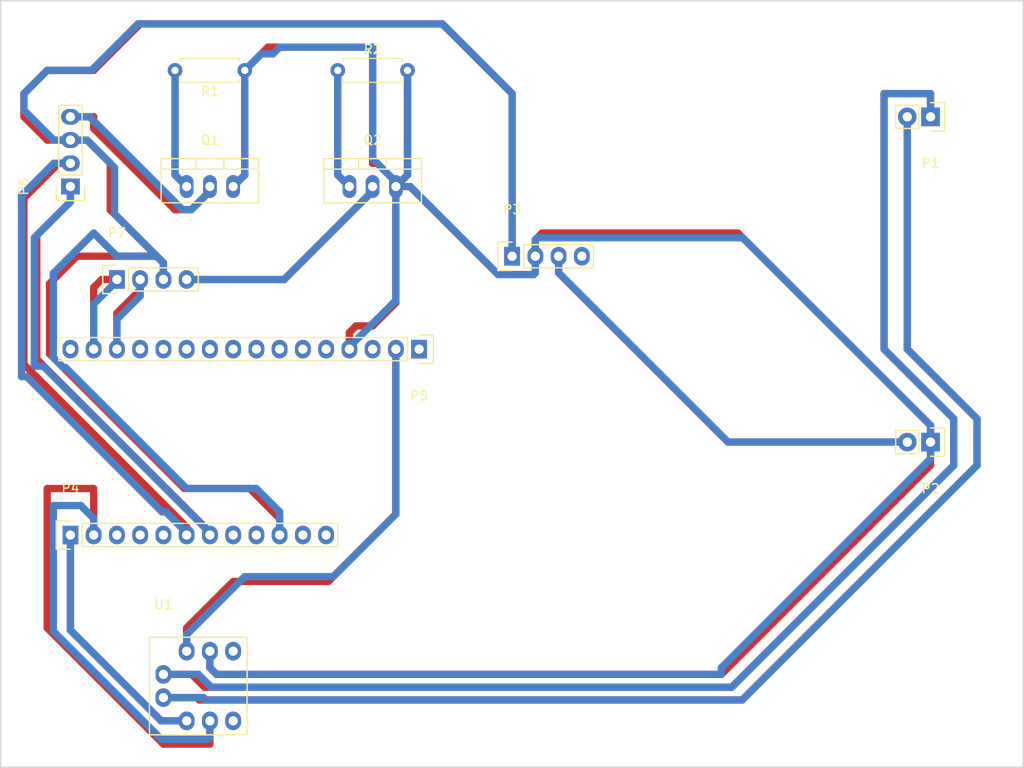
<source format=kicad_pcb>
(kicad_pcb (version 4) (host pcbnew 4.0.4-stable)

  (general
    (links 24)
    (no_connects 0)
    (area 76.124999 25.324999 188.035001 109.295001)
    (thickness 1.6)
    (drawings 4)
    (tracks 250)
    (zones 0)
    (modules 12)
    (nets 39)
  )

  (page A4)
  (layers
    (0 F.Cu signal)
    (31 B.Cu signal)
    (32 B.Adhes user)
    (33 F.Adhes user)
    (34 B.Paste user)
    (35 F.Paste user)
    (36 B.SilkS user)
    (37 F.SilkS user)
    (38 B.Mask user)
    (39 F.Mask user)
    (40 Dwgs.User user)
    (41 Cmts.User user)
    (42 Eco1.User user)
    (43 Eco2.User user)
    (44 Edge.Cuts user)
    (45 Margin user)
    (46 B.CrtYd user)
    (47 F.CrtYd user)
    (48 B.Fab user)
    (49 F.Fab user)
  )

  (setup
    (last_trace_width 0.8)
    (user_trace_width 0.4)
    (user_trace_width 0.8)
    (trace_clearance 0.6)
    (zone_clearance 0.508)
    (zone_45_only no)
    (trace_min 0.2)
    (segment_width 0.2)
    (edge_width 0.15)
    (via_size 0.6)
    (via_drill 0.4)
    (via_min_size 0.4)
    (via_min_drill 0.3)
    (uvia_size 0.3)
    (uvia_drill 0.1)
    (uvias_allowed no)
    (uvia_min_size 0.2)
    (uvia_min_drill 0.1)
    (pcb_text_width 0.3)
    (pcb_text_size 1.5 1.5)
    (mod_edge_width 0.15)
    (mod_text_size 1 1)
    (mod_text_width 0.15)
    (pad_size 1.524 1.524)
    (pad_drill 0.762)
    (pad_to_mask_clearance 0.2)
    (aux_axis_origin 0 0)
    (visible_elements FFFFFF7F)
    (pcbplotparams
      (layerselection 0x01000_80000001)
      (usegerberextensions false)
      (excludeedgelayer true)
      (linewidth 0.100000)
      (plotframeref false)
      (viasonmask false)
      (mode 1)
      (useauxorigin false)
      (hpglpennumber 1)
      (hpglpenspeed 20)
      (hpglpendiameter 15)
      (hpglpenoverlay 2)
      (psnegative false)
      (psa4output false)
      (plotreference false)
      (plotvalue false)
      (plotinvisibletext false)
      (padsonsilk false)
      (subtractmaskfromsilk false)
      (outputformat 1)
      (mirror false)
      (drillshape 0)
      (scaleselection 1)
      (outputdirectory Gerbers/))
  )

  (net 0 "")
  (net 1 /B-)
  (net 2 /B+)
  (net 3 GND)
  (net 4 /VLOAD)
  (net 5 +5V)
  (net 6 "Net-(P3-Pad4)")
  (net 7 /SDA)
  (net 8 /SCL)
  (net 9 "Net-(P4-Pad3)")
  (net 10 "Net-(P4-Pad4)")
  (net 11 "Net-(P4-Pad5)")
  (net 12 /RBTX)
  (net 13 /RBRX)
  (net 14 "Net-(P4-Pad8)")
  (net 15 "Net-(P4-Pad9)")
  (net 16 "Net-(P4-Pad11)")
  (net 17 "Net-(P4-Pad12)")
  (net 18 "Net-(P5-Pad1)")
  (net 19 +3V3)
  (net 20 "Net-(P5-Pad3)")
  (net 21 "Net-(P5-Pad5)")
  (net 22 "Net-(P5-Pad6)")
  (net 23 "Net-(P5-Pad7)")
  (net 24 "Net-(P5-Pad8)")
  (net 25 "Net-(P5-Pad9)")
  (net 26 "Net-(P5-Pad10)")
  (net 27 "Net-(P5-Pad11)")
  (net 28 "Net-(P5-Pad12)")
  (net 29 "Net-(P5-Pad13)")
  (net 30 /WSTX)
  (net 31 /WSRX)
  (net 32 "Net-(P5-Pad16)")
  (net 33 "Net-(P6-Pad4)")
  (net 34 "Net-(P7-Pad4)")
  (net 35 "Net-(Q1-Pad1)")
  (net 36 "Net-(Q2-Pad1)")
  (net 37 "Net-(U1-Pad5)")
  (net 38 "Net-(U1-Pad6)")

  (net_class Default "This is the default net class."
    (clearance 0.6)
    (trace_width 0.25)
    (via_dia 0.6)
    (via_drill 0.4)
    (uvia_dia 0.3)
    (uvia_drill 0.1)
    (add_net +3V3)
    (add_net +5V)
    (add_net /B+)
    (add_net /B-)
    (add_net /RBRX)
    (add_net /RBTX)
    (add_net /SCL)
    (add_net /SDA)
    (add_net /VLOAD)
    (add_net /WSRX)
    (add_net /WSTX)
    (add_net GND)
    (add_net "Net-(P3-Pad4)")
    (add_net "Net-(P4-Pad11)")
    (add_net "Net-(P4-Pad12)")
    (add_net "Net-(P4-Pad3)")
    (add_net "Net-(P4-Pad4)")
    (add_net "Net-(P4-Pad5)")
    (add_net "Net-(P4-Pad8)")
    (add_net "Net-(P4-Pad9)")
    (add_net "Net-(P5-Pad1)")
    (add_net "Net-(P5-Pad10)")
    (add_net "Net-(P5-Pad11)")
    (add_net "Net-(P5-Pad12)")
    (add_net "Net-(P5-Pad13)")
    (add_net "Net-(P5-Pad16)")
    (add_net "Net-(P5-Pad3)")
    (add_net "Net-(P5-Pad5)")
    (add_net "Net-(P5-Pad6)")
    (add_net "Net-(P5-Pad7)")
    (add_net "Net-(P5-Pad8)")
    (add_net "Net-(P5-Pad9)")
    (add_net "Net-(P6-Pad4)")
    (add_net "Net-(P7-Pad4)")
    (add_net "Net-(Q1-Pad1)")
    (add_net "Net-(Q2-Pad1)")
    (add_net "Net-(U1-Pad5)")
    (add_net "Net-(U1-Pad6)")
  )

  (module Socket_Strips:Socket_Strip_Straight_1x02 (layer F.Cu) (tedit 54E9F75E) (tstamp 5887AE7F)
    (at 177.8 38.1 180)
    (descr "Through hole socket strip")
    (tags "socket strip")
    (path /58879774)
    (fp_text reference P1 (at 0 -5.1 180) (layer F.SilkS)
      (effects (font (size 1 1) (thickness 0.15)))
    )
    (fp_text value CONN_BATT (at 0 -3.1 180) (layer F.Fab)
      (effects (font (size 1 1) (thickness 0.15)))
    )
    (fp_line (start -1.55 1.55) (end 0 1.55) (layer F.SilkS) (width 0.15))
    (fp_line (start 3.81 1.27) (end 1.27 1.27) (layer F.SilkS) (width 0.15))
    (fp_line (start -1.75 -1.75) (end -1.75 1.75) (layer F.CrtYd) (width 0.05))
    (fp_line (start 4.3 -1.75) (end 4.3 1.75) (layer F.CrtYd) (width 0.05))
    (fp_line (start -1.75 -1.75) (end 4.3 -1.75) (layer F.CrtYd) (width 0.05))
    (fp_line (start -1.75 1.75) (end 4.3 1.75) (layer F.CrtYd) (width 0.05))
    (fp_line (start 1.27 1.27) (end 1.27 -1.27) (layer F.SilkS) (width 0.15))
    (fp_line (start 0 -1.55) (end -1.55 -1.55) (layer F.SilkS) (width 0.15))
    (fp_line (start -1.55 -1.55) (end -1.55 1.55) (layer F.SilkS) (width 0.15))
    (fp_line (start 1.27 -1.27) (end 3.81 -1.27) (layer F.SilkS) (width 0.15))
    (fp_line (start 3.81 -1.27) (end 3.81 1.27) (layer F.SilkS) (width 0.15))
    (pad 1 thru_hole rect (at 0 0 180) (size 2.032 2.032) (drill 1.016) (layers *.Cu *.Mask)
      (net 1 /B-))
    (pad 2 thru_hole oval (at 2.54 0 180) (size 2.032 2.032) (drill 1.016) (layers *.Cu *.Mask)
      (net 2 /B+))
    (model Socket_Strips.3dshapes/Socket_Strip_Straight_1x02.wrl
      (at (xyz 0.05 0 0))
      (scale (xyz 1 1 1))
      (rotate (xyz 0 0 180))
    )
  )

  (module Socket_Strips:Socket_Strip_Straight_1x02 (layer F.Cu) (tedit 54E9F75E) (tstamp 5887AE85)
    (at 177.8 73.66 180)
    (descr "Through hole socket strip")
    (tags "socket strip")
    (path /588797AE)
    (fp_text reference P2 (at 0 -5.1 180) (layer F.SilkS)
      (effects (font (size 1 1) (thickness 0.15)))
    )
    (fp_text value CONN_LOAD (at 0 -3.1 180) (layer F.Fab)
      (effects (font (size 1 1) (thickness 0.15)))
    )
    (fp_line (start -1.55 1.55) (end 0 1.55) (layer F.SilkS) (width 0.15))
    (fp_line (start 3.81 1.27) (end 1.27 1.27) (layer F.SilkS) (width 0.15))
    (fp_line (start -1.75 -1.75) (end -1.75 1.75) (layer F.CrtYd) (width 0.05))
    (fp_line (start 4.3 -1.75) (end 4.3 1.75) (layer F.CrtYd) (width 0.05))
    (fp_line (start -1.75 -1.75) (end 4.3 -1.75) (layer F.CrtYd) (width 0.05))
    (fp_line (start -1.75 1.75) (end 4.3 1.75) (layer F.CrtYd) (width 0.05))
    (fp_line (start 1.27 1.27) (end 1.27 -1.27) (layer F.SilkS) (width 0.15))
    (fp_line (start 0 -1.55) (end -1.55 -1.55) (layer F.SilkS) (width 0.15))
    (fp_line (start -1.55 -1.55) (end -1.55 1.55) (layer F.SilkS) (width 0.15))
    (fp_line (start 1.27 -1.27) (end 3.81 -1.27) (layer F.SilkS) (width 0.15))
    (fp_line (start 3.81 -1.27) (end 3.81 1.27) (layer F.SilkS) (width 0.15))
    (pad 1 thru_hole rect (at 0 0 180) (size 2.032 2.032) (drill 1.016) (layers *.Cu *.Mask)
      (net 3 GND))
    (pad 2 thru_hole oval (at 2.54 0 180) (size 2.032 2.032) (drill 1.016) (layers *.Cu *.Mask)
      (net 4 /VLOAD))
    (model Socket_Strips.3dshapes/Socket_Strip_Straight_1x02.wrl
      (at (xyz 0.05 0 0))
      (scale (xyz 1 1 1))
      (rotate (xyz 0 0 180))
    )
  )

  (module Socket_Strips:Socket_Strip_Straight_1x04 (layer F.Cu) (tedit 0) (tstamp 5887AE8D)
    (at 132.08 53.34)
    (descr "Through hole socket strip")
    (tags "socket strip")
    (path /588797DF)
    (fp_text reference P3 (at 0 -5.1) (layer F.SilkS)
      (effects (font (size 1 1) (thickness 0.15)))
    )
    (fp_text value CONN_VREG (at 0 -3.1) (layer F.Fab)
      (effects (font (size 1 1) (thickness 0.15)))
    )
    (fp_line (start -1.75 -1.75) (end -1.75 1.75) (layer F.CrtYd) (width 0.05))
    (fp_line (start 9.4 -1.75) (end 9.4 1.75) (layer F.CrtYd) (width 0.05))
    (fp_line (start -1.75 -1.75) (end 9.4 -1.75) (layer F.CrtYd) (width 0.05))
    (fp_line (start -1.75 1.75) (end 9.4 1.75) (layer F.CrtYd) (width 0.05))
    (fp_line (start 1.27 -1.27) (end 8.89 -1.27) (layer F.SilkS) (width 0.15))
    (fp_line (start 1.27 1.27) (end 8.89 1.27) (layer F.SilkS) (width 0.15))
    (fp_line (start -1.55 1.55) (end 0 1.55) (layer F.SilkS) (width 0.15))
    (fp_line (start 8.89 -1.27) (end 8.89 1.27) (layer F.SilkS) (width 0.15))
    (fp_line (start 1.27 1.27) (end 1.27 -1.27) (layer F.SilkS) (width 0.15))
    (fp_line (start 0 -1.55) (end -1.55 -1.55) (layer F.SilkS) (width 0.15))
    (fp_line (start -1.55 -1.55) (end -1.55 1.55) (layer F.SilkS) (width 0.15))
    (pad 1 thru_hole rect (at 0 0) (size 1.7272 2.032) (drill 1.016) (layers *.Cu *.Mask)
      (net 5 +5V))
    (pad 2 thru_hole oval (at 2.54 0) (size 1.7272 2.032) (drill 1.016) (layers *.Cu *.Mask)
      (net 3 GND))
    (pad 3 thru_hole oval (at 5.08 0) (size 1.7272 2.032) (drill 1.016) (layers *.Cu *.Mask)
      (net 4 /VLOAD))
    (pad 4 thru_hole oval (at 7.62 0) (size 1.7272 2.032) (drill 1.016) (layers *.Cu *.Mask)
      (net 6 "Net-(P3-Pad4)"))
    (model Socket_Strips.3dshapes/Socket_Strip_Straight_1x04.wrl
      (at (xyz 0.15 0 0))
      (scale (xyz 1 1 1))
      (rotate (xyz 0 0 180))
    )
  )

  (module Socket_Strips:Socket_Strip_Straight_1x12 (layer F.Cu) (tedit 0) (tstamp 5887AE9D)
    (at 83.82 83.82)
    (descr "Through hole socket strip")
    (tags "socket strip")
    (path /588794E4)
    (fp_text reference P4 (at 0 -5.1) (layer F.SilkS)
      (effects (font (size 1 1) (thickness 0.15)))
    )
    (fp_text value CONN_FEATHER12 (at 0 -3.1) (layer F.Fab)
      (effects (font (size 1 1) (thickness 0.15)))
    )
    (fp_line (start -1.75 -1.75) (end -1.75 1.75) (layer F.CrtYd) (width 0.05))
    (fp_line (start 29.7 -1.75) (end 29.7 1.75) (layer F.CrtYd) (width 0.05))
    (fp_line (start -1.75 -1.75) (end 29.7 -1.75) (layer F.CrtYd) (width 0.05))
    (fp_line (start -1.75 1.75) (end 29.7 1.75) (layer F.CrtYd) (width 0.05))
    (fp_line (start 1.27 1.27) (end 29.21 1.27) (layer F.SilkS) (width 0.15))
    (fp_line (start 29.21 1.27) (end 29.21 -1.27) (layer F.SilkS) (width 0.15))
    (fp_line (start 29.21 -1.27) (end 1.27 -1.27) (layer F.SilkS) (width 0.15))
    (fp_line (start -1.55 1.55) (end 0 1.55) (layer F.SilkS) (width 0.15))
    (fp_line (start 1.27 1.27) (end 1.27 -1.27) (layer F.SilkS) (width 0.15))
    (fp_line (start 0 -1.55) (end -1.55 -1.55) (layer F.SilkS) (width 0.15))
    (fp_line (start -1.55 -1.55) (end -1.55 1.55) (layer F.SilkS) (width 0.15))
    (pad 1 thru_hole rect (at 0 0) (size 1.7272 2.032) (drill 1.016) (layers *.Cu *.Mask)
      (net 7 /SDA))
    (pad 2 thru_hole oval (at 2.54 0) (size 1.7272 2.032) (drill 1.016) (layers *.Cu *.Mask)
      (net 8 /SCL))
    (pad 3 thru_hole oval (at 5.08 0) (size 1.7272 2.032) (drill 1.016) (layers *.Cu *.Mask)
      (net 9 "Net-(P4-Pad3)"))
    (pad 4 thru_hole oval (at 7.62 0) (size 1.7272 2.032) (drill 1.016) (layers *.Cu *.Mask)
      (net 10 "Net-(P4-Pad4)"))
    (pad 5 thru_hole oval (at 10.16 0) (size 1.7272 2.032) (drill 1.016) (layers *.Cu *.Mask)
      (net 11 "Net-(P4-Pad5)"))
    (pad 6 thru_hole oval (at 12.7 0) (size 1.7272 2.032) (drill 1.016) (layers *.Cu *.Mask)
      (net 12 /RBTX))
    (pad 7 thru_hole oval (at 15.24 0) (size 1.7272 2.032) (drill 1.016) (layers *.Cu *.Mask)
      (net 13 /RBRX))
    (pad 8 thru_hole oval (at 17.78 0) (size 1.7272 2.032) (drill 1.016) (layers *.Cu *.Mask)
      (net 14 "Net-(P4-Pad8)"))
    (pad 9 thru_hole oval (at 20.32 0) (size 1.7272 2.032) (drill 1.016) (layers *.Cu *.Mask)
      (net 15 "Net-(P4-Pad9)"))
    (pad 10 thru_hole oval (at 22.86 0) (size 1.7272 2.032) (drill 1.016) (layers *.Cu *.Mask)
      (net 5 +5V))
    (pad 11 thru_hole oval (at 25.4 0) (size 1.7272 2.032) (drill 1.016) (layers *.Cu *.Mask)
      (net 16 "Net-(P4-Pad11)"))
    (pad 12 thru_hole oval (at 27.94 0) (size 1.7272 2.032) (drill 1.016) (layers *.Cu *.Mask)
      (net 17 "Net-(P4-Pad12)"))
    (model Socket_Strips.3dshapes/Socket_Strip_Straight_1x12.wrl
      (at (xyz 0.55 0 0))
      (scale (xyz 1 1 1))
      (rotate (xyz 0 0 180))
    )
  )

  (module Socket_Strips:Socket_Strip_Straight_1x16 (layer F.Cu) (tedit 0) (tstamp 5887AEB1)
    (at 121.92 63.5 180)
    (descr "Through hole socket strip")
    (tags "socket strip")
    (path /58879506)
    (fp_text reference P5 (at 0 -5.1 180) (layer F.SilkS)
      (effects (font (size 1 1) (thickness 0.15)))
    )
    (fp_text value CONN_FEATHER16 (at 0 -3.1 180) (layer F.Fab)
      (effects (font (size 1 1) (thickness 0.15)))
    )
    (fp_line (start -1.75 -1.75) (end -1.75 1.75) (layer F.CrtYd) (width 0.05))
    (fp_line (start 39.85 -1.75) (end 39.85 1.75) (layer F.CrtYd) (width 0.05))
    (fp_line (start -1.75 -1.75) (end 39.85 -1.75) (layer F.CrtYd) (width 0.05))
    (fp_line (start -1.75 1.75) (end 39.85 1.75) (layer F.CrtYd) (width 0.05))
    (fp_line (start 1.27 -1.27) (end 39.37 -1.27) (layer F.SilkS) (width 0.15))
    (fp_line (start 39.37 -1.27) (end 39.37 1.27) (layer F.SilkS) (width 0.15))
    (fp_line (start 39.37 1.27) (end 1.27 1.27) (layer F.SilkS) (width 0.15))
    (fp_line (start -1.55 1.55) (end 0 1.55) (layer F.SilkS) (width 0.15))
    (fp_line (start 1.27 1.27) (end 1.27 -1.27) (layer F.SilkS) (width 0.15))
    (fp_line (start 0 -1.55) (end -1.55 -1.55) (layer F.SilkS) (width 0.15))
    (fp_line (start -1.55 -1.55) (end -1.55 1.55) (layer F.SilkS) (width 0.15))
    (pad 1 thru_hole rect (at 0 0 180) (size 1.7272 2.032) (drill 1.016) (layers *.Cu *.Mask)
      (net 18 "Net-(P5-Pad1)"))
    (pad 2 thru_hole oval (at 2.54 0 180) (size 1.7272 2.032) (drill 1.016) (layers *.Cu *.Mask)
      (net 19 +3V3))
    (pad 3 thru_hole oval (at 5.08 0 180) (size 1.7272 2.032) (drill 1.016) (layers *.Cu *.Mask)
      (net 20 "Net-(P5-Pad3)"))
    (pad 4 thru_hole oval (at 7.62 0 180) (size 1.7272 2.032) (drill 1.016) (layers *.Cu *.Mask)
      (net 3 GND))
    (pad 5 thru_hole oval (at 10.16 0 180) (size 1.7272 2.032) (drill 1.016) (layers *.Cu *.Mask)
      (net 21 "Net-(P5-Pad5)"))
    (pad 6 thru_hole oval (at 12.7 0 180) (size 1.7272 2.032) (drill 1.016) (layers *.Cu *.Mask)
      (net 22 "Net-(P5-Pad6)"))
    (pad 7 thru_hole oval (at 15.24 0 180) (size 1.7272 2.032) (drill 1.016) (layers *.Cu *.Mask)
      (net 23 "Net-(P5-Pad7)"))
    (pad 8 thru_hole oval (at 17.78 0 180) (size 1.7272 2.032) (drill 1.016) (layers *.Cu *.Mask)
      (net 24 "Net-(P5-Pad8)"))
    (pad 9 thru_hole oval (at 20.32 0 180) (size 1.7272 2.032) (drill 1.016) (layers *.Cu *.Mask)
      (net 25 "Net-(P5-Pad9)"))
    (pad 10 thru_hole oval (at 22.86 0 180) (size 1.7272 2.032) (drill 1.016) (layers *.Cu *.Mask)
      (net 26 "Net-(P5-Pad10)"))
    (pad 11 thru_hole oval (at 25.4 0 180) (size 1.7272 2.032) (drill 1.016) (layers *.Cu *.Mask)
      (net 27 "Net-(P5-Pad11)"))
    (pad 12 thru_hole oval (at 27.94 0 180) (size 1.7272 2.032) (drill 1.016) (layers *.Cu *.Mask)
      (net 28 "Net-(P5-Pad12)"))
    (pad 13 thru_hole oval (at 30.48 0 180) (size 1.7272 2.032) (drill 1.016) (layers *.Cu *.Mask)
      (net 29 "Net-(P5-Pad13)"))
    (pad 14 thru_hole oval (at 33.02 0 180) (size 1.7272 2.032) (drill 1.016) (layers *.Cu *.Mask)
      (net 30 /WSTX))
    (pad 15 thru_hole oval (at 35.56 0 180) (size 1.7272 2.032) (drill 1.016) (layers *.Cu *.Mask)
      (net 31 /WSRX))
    (pad 16 thru_hole oval (at 38.1 0 180) (size 1.7272 2.032) (drill 1.016) (layers *.Cu *.Mask)
      (net 32 "Net-(P5-Pad16)"))
    (model Socket_Strips.3dshapes/Socket_Strip_Straight_1x16.wrl
      (at (xyz 0.75 0 0))
      (scale (xyz 1 1 1))
      (rotate (xyz 0 0 180))
    )
  )

  (module Socket_Strips:Socket_Strip_Straight_1x04 (layer F.Cu) (tedit 0) (tstamp 5887AEB9)
    (at 83.82 45.72 90)
    (descr "Through hole socket strip")
    (tags "socket strip")
    (path /588796C8)
    (fp_text reference P6 (at 0 -5.1 90) (layer F.SilkS)
      (effects (font (size 1 1) (thickness 0.15)))
    )
    (fp_text value CONN_RB (at 0 -3.1 90) (layer F.Fab)
      (effects (font (size 1 1) (thickness 0.15)))
    )
    (fp_line (start -1.75 -1.75) (end -1.75 1.75) (layer F.CrtYd) (width 0.05))
    (fp_line (start 9.4 -1.75) (end 9.4 1.75) (layer F.CrtYd) (width 0.05))
    (fp_line (start -1.75 -1.75) (end 9.4 -1.75) (layer F.CrtYd) (width 0.05))
    (fp_line (start -1.75 1.75) (end 9.4 1.75) (layer F.CrtYd) (width 0.05))
    (fp_line (start 1.27 -1.27) (end 8.89 -1.27) (layer F.SilkS) (width 0.15))
    (fp_line (start 1.27 1.27) (end 8.89 1.27) (layer F.SilkS) (width 0.15))
    (fp_line (start -1.55 1.55) (end 0 1.55) (layer F.SilkS) (width 0.15))
    (fp_line (start 8.89 -1.27) (end 8.89 1.27) (layer F.SilkS) (width 0.15))
    (fp_line (start 1.27 1.27) (end 1.27 -1.27) (layer F.SilkS) (width 0.15))
    (fp_line (start 0 -1.55) (end -1.55 -1.55) (layer F.SilkS) (width 0.15))
    (fp_line (start -1.55 -1.55) (end -1.55 1.55) (layer F.SilkS) (width 0.15))
    (pad 1 thru_hole rect (at 0 0 90) (size 1.7272 2.032) (drill 1.016) (layers *.Cu *.Mask)
      (net 13 /RBRX))
    (pad 2 thru_hole oval (at 2.54 0 90) (size 1.7272 2.032) (drill 1.016) (layers *.Cu *.Mask)
      (net 12 /RBTX))
    (pad 3 thru_hole oval (at 5.08 0 90) (size 1.7272 2.032) (drill 1.016) (layers *.Cu *.Mask)
      (net 5 +5V))
    (pad 4 thru_hole oval (at 7.62 0 90) (size 1.7272 2.032) (drill 1.016) (layers *.Cu *.Mask)
      (net 33 "Net-(P6-Pad4)"))
    (model Socket_Strips.3dshapes/Socket_Strip_Straight_1x04.wrl
      (at (xyz 0.15 0 0))
      (scale (xyz 1 1 1))
      (rotate (xyz 0 0 180))
    )
  )

  (module Socket_Strips:Socket_Strip_Straight_1x04 (layer F.Cu) (tedit 0) (tstamp 5887AEC1)
    (at 88.9 55.88)
    (descr "Through hole socket strip")
    (tags "socket strip")
    (path /58879702)
    (fp_text reference P7 (at 0 -5.1) (layer F.SilkS)
      (effects (font (size 1 1) (thickness 0.15)))
    )
    (fp_text value CONN_WS (at 0 -3.1) (layer F.Fab)
      (effects (font (size 1 1) (thickness 0.15)))
    )
    (fp_line (start -1.75 -1.75) (end -1.75 1.75) (layer F.CrtYd) (width 0.05))
    (fp_line (start 9.4 -1.75) (end 9.4 1.75) (layer F.CrtYd) (width 0.05))
    (fp_line (start -1.75 -1.75) (end 9.4 -1.75) (layer F.CrtYd) (width 0.05))
    (fp_line (start -1.75 1.75) (end 9.4 1.75) (layer F.CrtYd) (width 0.05))
    (fp_line (start 1.27 -1.27) (end 8.89 -1.27) (layer F.SilkS) (width 0.15))
    (fp_line (start 1.27 1.27) (end 8.89 1.27) (layer F.SilkS) (width 0.15))
    (fp_line (start -1.55 1.55) (end 0 1.55) (layer F.SilkS) (width 0.15))
    (fp_line (start 8.89 -1.27) (end 8.89 1.27) (layer F.SilkS) (width 0.15))
    (fp_line (start 1.27 1.27) (end 1.27 -1.27) (layer F.SilkS) (width 0.15))
    (fp_line (start 0 -1.55) (end -1.55 -1.55) (layer F.SilkS) (width 0.15))
    (fp_line (start -1.55 -1.55) (end -1.55 1.55) (layer F.SilkS) (width 0.15))
    (pad 1 thru_hole rect (at 0 0) (size 1.7272 2.032) (drill 1.016) (layers *.Cu *.Mask)
      (net 31 /WSRX))
    (pad 2 thru_hole oval (at 2.54 0) (size 1.7272 2.032) (drill 1.016) (layers *.Cu *.Mask)
      (net 30 /WSTX))
    (pad 3 thru_hole oval (at 5.08 0) (size 1.7272 2.032) (drill 1.016) (layers *.Cu *.Mask)
      (net 5 +5V))
    (pad 4 thru_hole oval (at 7.62 0) (size 1.7272 2.032) (drill 1.016) (layers *.Cu *.Mask)
      (net 34 "Net-(P7-Pad4)"))
    (model Socket_Strips.3dshapes/Socket_Strip_Straight_1x04.wrl
      (at (xyz 0.15 0 0))
      (scale (xyz 1 1 1))
      (rotate (xyz 0 0 180))
    )
  )

  (module TO_SOT_Packages_THT:TO-220_Neutral123_Vertical (layer F.Cu) (tedit 0) (tstamp 5887AEC8)
    (at 99.06 45.72)
    (descr "TO-220, Neutral, Vertical,")
    (tags "TO-220, Neutral, Vertical,")
    (path /58879558)
    (fp_text reference Q1 (at 0 -5.08) (layer F.SilkS)
      (effects (font (size 1 1) (thickness 0.15)))
    )
    (fp_text value Q_NMOS_GDS (at 0 3.81) (layer F.Fab)
      (effects (font (size 1 1) (thickness 0.15)))
    )
    (fp_line (start -1.524 -3.048) (end -1.524 -1.905) (layer F.SilkS) (width 0.15))
    (fp_line (start 1.524 -3.048) (end 1.524 -1.905) (layer F.SilkS) (width 0.15))
    (fp_line (start 5.334 -1.905) (end 5.334 1.778) (layer F.SilkS) (width 0.15))
    (fp_line (start 5.334 1.778) (end -5.334 1.778) (layer F.SilkS) (width 0.15))
    (fp_line (start -5.334 1.778) (end -5.334 -1.905) (layer F.SilkS) (width 0.15))
    (fp_line (start 5.334 -3.048) (end 5.334 -1.905) (layer F.SilkS) (width 0.15))
    (fp_line (start 5.334 -1.905) (end -5.334 -1.905) (layer F.SilkS) (width 0.15))
    (fp_line (start -5.334 -1.905) (end -5.334 -3.048) (layer F.SilkS) (width 0.15))
    (fp_line (start 0 -3.048) (end -5.334 -3.048) (layer F.SilkS) (width 0.15))
    (fp_line (start 0 -3.048) (end 5.334 -3.048) (layer F.SilkS) (width 0.15))
    (pad 2 thru_hole oval (at 0 0 90) (size 2.49936 1.50114) (drill 1.00076) (layers *.Cu *.Mask)
      (net 33 "Net-(P6-Pad4)"))
    (pad 1 thru_hole oval (at -2.54 0 90) (size 2.49936 1.50114) (drill 1.00076) (layers *.Cu *.Mask)
      (net 35 "Net-(Q1-Pad1)"))
    (pad 3 thru_hole oval (at 2.54 0 90) (size 2.49936 1.50114) (drill 1.00076) (layers *.Cu *.Mask)
      (net 3 GND))
    (model TO_SOT_Packages_THT.3dshapes/TO-220_Neutral123_Vertical.wrl
      (at (xyz 0 0 0))
      (scale (xyz 0.3937 0.3937 0.3937))
      (rotate (xyz 0 0 0))
    )
  )

  (module TO_SOT_Packages_THT:TO-220_Neutral123_Vertical (layer F.Cu) (tedit 0) (tstamp 5887AECF)
    (at 116.84 45.72)
    (descr "TO-220, Neutral, Vertical,")
    (tags "TO-220, Neutral, Vertical,")
    (path /5887958A)
    (fp_text reference Q2 (at 0 -5.08) (layer F.SilkS)
      (effects (font (size 1 1) (thickness 0.15)))
    )
    (fp_text value Q_NMOS_GDS (at 0 3.81) (layer F.Fab)
      (effects (font (size 1 1) (thickness 0.15)))
    )
    (fp_line (start -1.524 -3.048) (end -1.524 -1.905) (layer F.SilkS) (width 0.15))
    (fp_line (start 1.524 -3.048) (end 1.524 -1.905) (layer F.SilkS) (width 0.15))
    (fp_line (start 5.334 -1.905) (end 5.334 1.778) (layer F.SilkS) (width 0.15))
    (fp_line (start 5.334 1.778) (end -5.334 1.778) (layer F.SilkS) (width 0.15))
    (fp_line (start -5.334 1.778) (end -5.334 -1.905) (layer F.SilkS) (width 0.15))
    (fp_line (start 5.334 -3.048) (end 5.334 -1.905) (layer F.SilkS) (width 0.15))
    (fp_line (start 5.334 -1.905) (end -5.334 -1.905) (layer F.SilkS) (width 0.15))
    (fp_line (start -5.334 -1.905) (end -5.334 -3.048) (layer F.SilkS) (width 0.15))
    (fp_line (start 0 -3.048) (end -5.334 -3.048) (layer F.SilkS) (width 0.15))
    (fp_line (start 0 -3.048) (end 5.334 -3.048) (layer F.SilkS) (width 0.15))
    (pad 2 thru_hole oval (at 0 0 90) (size 2.49936 1.50114) (drill 1.00076) (layers *.Cu *.Mask)
      (net 34 "Net-(P7-Pad4)"))
    (pad 1 thru_hole oval (at -2.54 0 90) (size 2.49936 1.50114) (drill 1.00076) (layers *.Cu *.Mask)
      (net 36 "Net-(Q2-Pad1)"))
    (pad 3 thru_hole oval (at 2.54 0 90) (size 2.49936 1.50114) (drill 1.00076) (layers *.Cu *.Mask)
      (net 3 GND))
    (model TO_SOT_Packages_THT.3dshapes/TO-220_Neutral123_Vertical.wrl
      (at (xyz 0 0 0))
      (scale (xyz 0.3937 0.3937 0.3937))
      (rotate (xyz 0 0 0))
    )
  )

  (module Resistors_ThroughHole:R_Axial_DIN0207_L6.3mm_D2.5mm_P7.62mm_Horizontal (layer F.Cu) (tedit 5874F706) (tstamp 5887AED5)
    (at 102.87 33.02 180)
    (descr "Resistor, Axial_DIN0207 series, Axial, Horizontal, pin pitch=7.62mm, 0.25W = 1/4W, length*diameter=6.3*2.5mm^2, http://cdn-reichelt.de/documents/datenblatt/B400/1_4W%23YAG.pdf")
    (tags "Resistor Axial_DIN0207 series Axial Horizontal pin pitch 7.62mm 0.25W = 1/4W length 6.3mm diameter 2.5mm")
    (path /588795AB)
    (fp_text reference R1 (at 3.81 -2.31 180) (layer F.SilkS)
      (effects (font (size 1 1) (thickness 0.15)))
    )
    (fp_text value 10k (at 3.81 2.31 180) (layer F.Fab)
      (effects (font (size 1 1) (thickness 0.15)))
    )
    (fp_line (start 0.66 -1.25) (end 0.66 1.25) (layer F.Fab) (width 0.1))
    (fp_line (start 0.66 1.25) (end 6.96 1.25) (layer F.Fab) (width 0.1))
    (fp_line (start 6.96 1.25) (end 6.96 -1.25) (layer F.Fab) (width 0.1))
    (fp_line (start 6.96 -1.25) (end 0.66 -1.25) (layer F.Fab) (width 0.1))
    (fp_line (start 0 0) (end 0.66 0) (layer F.Fab) (width 0.1))
    (fp_line (start 7.62 0) (end 6.96 0) (layer F.Fab) (width 0.1))
    (fp_line (start 0.6 -0.98) (end 0.6 -1.31) (layer F.SilkS) (width 0.12))
    (fp_line (start 0.6 -1.31) (end 7.02 -1.31) (layer F.SilkS) (width 0.12))
    (fp_line (start 7.02 -1.31) (end 7.02 -0.98) (layer F.SilkS) (width 0.12))
    (fp_line (start 0.6 0.98) (end 0.6 1.31) (layer F.SilkS) (width 0.12))
    (fp_line (start 0.6 1.31) (end 7.02 1.31) (layer F.SilkS) (width 0.12))
    (fp_line (start 7.02 1.31) (end 7.02 0.98) (layer F.SilkS) (width 0.12))
    (fp_line (start -1.05 -1.6) (end -1.05 1.6) (layer F.CrtYd) (width 0.05))
    (fp_line (start -1.05 1.6) (end 8.7 1.6) (layer F.CrtYd) (width 0.05))
    (fp_line (start 8.7 1.6) (end 8.7 -1.6) (layer F.CrtYd) (width 0.05))
    (fp_line (start 8.7 -1.6) (end -1.05 -1.6) (layer F.CrtYd) (width 0.05))
    (pad 1 thru_hole circle (at 0 0 180) (size 1.6 1.6) (drill 0.8) (layers *.Cu *.Mask)
      (net 3 GND))
    (pad 2 thru_hole oval (at 7.62 0 180) (size 1.6 1.6) (drill 0.8) (layers *.Cu *.Mask)
      (net 35 "Net-(Q1-Pad1)"))
    (model Resistors_ThroughHole.3dshapes/R_Axial_DIN0207_L6.3mm_D2.5mm_P7.62mm_Horizontal.wrl
      (at (xyz 0 0 0))
      (scale (xyz 0.393701 0.393701 0.393701))
      (rotate (xyz 0 0 0))
    )
  )

  (module Resistors_ThroughHole:R_Axial_DIN0207_L6.3mm_D2.5mm_P7.62mm_Horizontal (layer F.Cu) (tedit 5874F706) (tstamp 5887AEDB)
    (at 113.03 33.02)
    (descr "Resistor, Axial_DIN0207 series, Axial, Horizontal, pin pitch=7.62mm, 0.25W = 1/4W, length*diameter=6.3*2.5mm^2, http://cdn-reichelt.de/documents/datenblatt/B400/1_4W%23YAG.pdf")
    (tags "Resistor Axial_DIN0207 series Axial Horizontal pin pitch 7.62mm 0.25W = 1/4W length 6.3mm diameter 2.5mm")
    (path /5887960A)
    (fp_text reference R2 (at 3.81 -2.31) (layer F.SilkS)
      (effects (font (size 1 1) (thickness 0.15)))
    )
    (fp_text value 10k (at 3.81 2.31) (layer F.Fab)
      (effects (font (size 1 1) (thickness 0.15)))
    )
    (fp_line (start 0.66 -1.25) (end 0.66 1.25) (layer F.Fab) (width 0.1))
    (fp_line (start 0.66 1.25) (end 6.96 1.25) (layer F.Fab) (width 0.1))
    (fp_line (start 6.96 1.25) (end 6.96 -1.25) (layer F.Fab) (width 0.1))
    (fp_line (start 6.96 -1.25) (end 0.66 -1.25) (layer F.Fab) (width 0.1))
    (fp_line (start 0 0) (end 0.66 0) (layer F.Fab) (width 0.1))
    (fp_line (start 7.62 0) (end 6.96 0) (layer F.Fab) (width 0.1))
    (fp_line (start 0.6 -0.98) (end 0.6 -1.31) (layer F.SilkS) (width 0.12))
    (fp_line (start 0.6 -1.31) (end 7.02 -1.31) (layer F.SilkS) (width 0.12))
    (fp_line (start 7.02 -1.31) (end 7.02 -0.98) (layer F.SilkS) (width 0.12))
    (fp_line (start 0.6 0.98) (end 0.6 1.31) (layer F.SilkS) (width 0.12))
    (fp_line (start 0.6 1.31) (end 7.02 1.31) (layer F.SilkS) (width 0.12))
    (fp_line (start 7.02 1.31) (end 7.02 0.98) (layer F.SilkS) (width 0.12))
    (fp_line (start -1.05 -1.6) (end -1.05 1.6) (layer F.CrtYd) (width 0.05))
    (fp_line (start -1.05 1.6) (end 8.7 1.6) (layer F.CrtYd) (width 0.05))
    (fp_line (start 8.7 1.6) (end 8.7 -1.6) (layer F.CrtYd) (width 0.05))
    (fp_line (start 8.7 -1.6) (end -1.05 -1.6) (layer F.CrtYd) (width 0.05))
    (pad 1 thru_hole circle (at 0 0) (size 1.6 1.6) (drill 0.8) (layers *.Cu *.Mask)
      (net 36 "Net-(Q2-Pad1)"))
    (pad 2 thru_hole oval (at 7.62 0) (size 1.6 1.6) (drill 0.8) (layers *.Cu *.Mask)
      (net 3 GND))
    (model Resistors_ThroughHole.3dshapes/R_Axial_DIN0207_L6.3mm_D2.5mm_P7.62mm_Horizontal.wrl
      (at (xyz 0 0 0))
      (scale (xyz 0.393701 0.393701 0.393701))
      (rotate (xyz 0 0 0))
    )
  )

  (module WeatherStation:fuelgauge (layer F.Cu) (tedit 5887AA1A) (tstamp 5887AEE7)
    (at 93.98 96.52)
    (descr "Through hole socket strip")
    (tags "socket strip")
    (path /58879BBA)
    (fp_text reference U1 (at 0 -5.1) (layer F.SilkS)
      (effects (font (size 1 1) (thickness 0.15)))
    )
    (fp_text value FUELGUAGE (at 3.81 -2.794) (layer F.Fab)
      (effects (font (size 1 1) (thickness 0.15)))
    )
    (fp_line (start -1.524 9.144) (end -1.524 -1.524) (layer F.SilkS) (width 0.15))
    (fp_line (start 9.144 9.144) (end -1.524 9.144) (layer F.SilkS) (width 0.15))
    (fp_line (start 9.144 -1.524) (end 9.144 9.144) (layer F.SilkS) (width 0.15))
    (fp_line (start -1.524 -1.524) (end 9.144 -1.524) (layer F.SilkS) (width 0.15))
    (fp_line (start -1.75 -1.75) (end -1.778 9.398) (layer F.CrtYd) (width 0.05))
    (fp_line (start 9.4 -1.75) (end 9.398 9.398) (layer F.CrtYd) (width 0.05))
    (fp_line (start -1.75 -1.75) (end 9.4 -1.75) (layer F.CrtYd) (width 0.05))
    (fp_line (start -1.752 9.398) (end 9.398 9.398) (layer F.CrtYd) (width 0.05))
    (pad 3 thru_hole oval (at 2.54 0) (size 1.7272 2.032) (drill 1.016) (layers *.Cu *.Mask)
      (net 19 +3V3))
    (pad 4 thru_hole oval (at 5.08 0) (size 1.7272 2.032) (drill 1.016) (layers *.Cu *.Mask)
      (net 3 GND))
    (pad 5 thru_hole oval (at 7.62 0) (size 1.7272 2.032) (drill 1.016) (layers *.Cu *.Mask)
      (net 37 "Net-(U1-Pad5)"))
    (pad 2 thru_hole oval (at 0 2.54) (size 1.7272 2.032) (drill 1.016) (layers *.Cu *.Mask)
      (net 1 /B-))
    (pad 1 thru_hole oval (at 0 5.08) (size 1.7272 2.032) (drill 1.016) (layers *.Cu *.Mask)
      (net 2 /B+))
    (pad 8 thru_hole oval (at 2.54 7.62) (size 1.7272 2.032) (drill 1.016) (layers *.Cu *.Mask)
      (net 7 /SDA))
    (pad 7 thru_hole oval (at 5.08 7.62) (size 1.7272 2.032) (drill 1.016) (layers *.Cu *.Mask)
      (net 8 /SCL))
    (pad 6 thru_hole oval (at 7.62 7.62) (size 1.7272 2.032) (drill 1.016) (layers *.Cu *.Mask)
      (net 38 "Net-(U1-Pad6)"))
    (model Socket_Strips.3dshapes/Socket_Strip_Straight_1x04.wrl
      (at (xyz 0.15 0 0))
      (scale (xyz 1 1 1))
      (rotate (xyz 0 0 180))
    )
  )

  (gr_line (start 187.96 25.4) (end 76.2 25.4) (angle 90) (layer Edge.Cuts) (width 0.15))
  (gr_line (start 187.96 109.22) (end 187.96 25.4) (angle 90) (layer Edge.Cuts) (width 0.15))
  (gr_line (start 76.2 109.22) (end 187.96 109.22) (angle 90) (layer Edge.Cuts) (width 0.15))
  (gr_line (start 76.2 25.4) (end 76.2 109.22) (angle 90) (layer Edge.Cuts) (width 0.15))

  (segment (start 172.72 35.56) (end 172.72 63.5) (width 0.8) (layer B.Cu) (net 1))
  (segment (start 177.8 35.56) (end 172.72 35.56) (width 0.8) (layer B.Cu) (net 1))
  (segment (start 177.8 38.1) (end 177.8 35.56) (width 0.8) (layer B.Cu) (net 1))
  (segment (start 177.8 35.56) (end 177.8 38.1) (width 0.8) (layer F.Cu) (net 1))
  (segment (start 172.72 35.56) (end 177.8 35.56) (width 0.8) (layer F.Cu) (net 1))
  (segment (start 172.72 63.5) (end 172.72 35.56) (width 0.8) (layer F.Cu) (net 1))
  (segment (start 180.34 76.2) (end 180.34 71.12) (width 0.8) (layer F.Cu) (net 1))
  (segment (start 180.34 71.12) (end 172.72 63.5) (width 0.8) (layer F.Cu) (net 1))
  (segment (start 156.079989 100.460011) (end 180.34 76.2) (width 0.8) (layer F.Cu) (net 1))
  (segment (start 98.480097 100.460011) (end 156.079989 100.460011) (width 0.8) (layer F.Cu) (net 1))
  (segment (start 97.080086 99.06) (end 98.480097 100.460011) (width 0.8) (layer F.Cu) (net 1))
  (segment (start 93.98 99.06) (end 97.080086 99.06) (width 0.8) (layer F.Cu) (net 1))
  (segment (start 97.804085 99.06) (end 97.804086 99.06) (width 0.8) (layer B.Cu) (net 1))
  (segment (start 97.804086 99.06) (end 99.204097 100.460011) (width 0.8) (layer B.Cu) (net 1))
  (segment (start 93.98 99.06) (end 97.804085 99.06) (width 0.8) (layer B.Cu) (net 1))
  (segment (start 97.804085 99.06) (end 99.204097 100.460011) (width 0.8) (layer B.Cu) (net 1))
  (segment (start 156.079989 100.460011) (end 180.34 76.2) (width 0.8) (layer B.Cu) (net 1))
  (segment (start 180.34 76.2) (end 180.34 71.12) (width 0.8) (layer B.Cu) (net 1))
  (segment (start 180.34 71.12) (end 172.72 63.5) (width 0.8) (layer B.Cu) (net 1))
  (segment (start 99.204097 100.460011) (end 156.079989 100.460011) (width 0.8) (layer B.Cu) (net 1))
  (segment (start 175.26 63.5) (end 175.26 38.1) (width 0.8) (layer B.Cu) (net 2))
  (segment (start 182.88 71.12) (end 175.26 63.5) (width 0.8) (layer B.Cu) (net 2))
  (segment (start 182.88 76.2) (end 182.88 71.12) (width 0.8) (layer B.Cu) (net 2))
  (segment (start 157.219979 101.860021) (end 182.88 76.2) (width 0.8) (layer B.Cu) (net 2))
  (segment (start 93.98 101.6) (end 98.364173 101.6) (width 0.8) (layer B.Cu) (net 2))
  (segment (start 98.364173 101.6) (end 98.624194 101.860021) (width 0.8) (layer B.Cu) (net 2))
  (segment (start 98.624194 101.860021) (end 157.219979 101.860021) (width 0.8) (layer B.Cu) (net 2))
  (segment (start 175.26 63.5) (end 175.26 38.1) (width 0.8) (layer F.Cu) (net 2))
  (segment (start 182.88 71.12) (end 175.26 63.5) (width 0.8) (layer F.Cu) (net 2))
  (segment (start 182.88 76.2) (end 182.88 71.12) (width 0.8) (layer F.Cu) (net 2))
  (segment (start 157.219979 101.860021) (end 182.88 76.2) (width 0.8) (layer F.Cu) (net 2))
  (segment (start 93.98 101.6) (end 97.640173 101.6) (width 0.8) (layer F.Cu) (net 2))
  (segment (start 97.640173 101.6) (end 97.900194 101.860021) (width 0.8) (layer F.Cu) (net 2))
  (segment (start 97.900194 101.860021) (end 157.219979 101.860021) (width 0.8) (layer F.Cu) (net 2))
  (segment (start 120.65 44.45) (end 120.65 33.02) (width 0.8) (layer F.Cu) (net 3))
  (segment (start 119.38 45.72) (end 120.65 44.45) (width 0.8) (layer F.Cu) (net 3))
  (segment (start 116.84 43.18) (end 117.33911 43.18) (width 0.8) (layer F.Cu) (net 3))
  (segment (start 117.33911 43.18) (end 119.38 45.22089) (width 0.8) (layer F.Cu) (net 3))
  (segment (start 119.38 45.22089) (end 119.38 45.72) (width 0.8) (layer F.Cu) (net 3))
  (segment (start 116.84 30.48) (end 116.84 43.18) (width 0.8) (layer F.Cu) (net 3))
  (segment (start 105.41 30.48) (end 116.84 30.48) (width 0.8) (layer F.Cu) (net 3))
  (segment (start 102.87 33.02) (end 105.41 30.48) (width 0.8) (layer F.Cu) (net 3))
  (segment (start 102.87 44.45) (end 102.87 33.02) (width 0.8) (layer F.Cu) (net 3))
  (segment (start 101.6 45.72) (end 102.87 44.45) (width 0.8) (layer F.Cu) (net 3))
  (segment (start 119.38 45.72) (end 120.93057 45.72) (width 0.8) (layer F.Cu) (net 3))
  (segment (start 120.93057 45.72) (end 130.566571 55.356001) (width 0.8) (layer F.Cu) (net 3))
  (segment (start 130.566571 55.356001) (end 134.419999 55.356001) (width 0.8) (layer F.Cu) (net 3))
  (segment (start 134.419999 55.356001) (end 134.62 55.156) (width 0.8) (layer F.Cu) (net 3))
  (segment (start 134.62 55.156) (end 134.62 53.34) (width 0.8) (layer F.Cu) (net 3))
  (segment (start 116.84 60.96) (end 115.024 60.96) (width 0.8) (layer F.Cu) (net 3))
  (segment (start 115.024 60.96) (end 114.3 61.684) (width 0.8) (layer F.Cu) (net 3))
  (segment (start 114.3 61.684) (end 114.3 63.5) (width 0.8) (layer F.Cu) (net 3))
  (segment (start 119.38 58.42) (end 116.84 60.96) (width 0.8) (layer F.Cu) (net 3))
  (segment (start 119.38 45.72) (end 119.38 58.42) (width 0.8) (layer F.Cu) (net 3))
  (segment (start 177.8 73.66) (end 177.8 71.844) (width 0.8) (layer F.Cu) (net 3))
  (segment (start 177.8 71.844) (end 156.756 50.8) (width 0.8) (layer F.Cu) (net 3))
  (segment (start 156.756 50.8) (end 135.344 50.8) (width 0.8) (layer F.Cu) (net 3))
  (segment (start 135.344 50.8) (end 134.62 51.524) (width 0.8) (layer F.Cu) (net 3))
  (segment (start 134.62 51.524) (end 134.62 53.34) (width 0.8) (layer F.Cu) (net 3))
  (segment (start 99.06 96.52) (end 99.06 98.336) (width 0.8) (layer F.Cu) (net 3))
  (segment (start 99.06 98.336) (end 99.784 99.06) (width 0.8) (layer F.Cu) (net 3))
  (segment (start 99.784 99.06) (end 154.94 99.06) (width 0.8) (layer F.Cu) (net 3))
  (segment (start 154.94 99.06) (end 177.8 76.2) (width 0.8) (layer F.Cu) (net 3))
  (segment (start 177.8 76.2) (end 177.8 73.66) (width 0.8) (layer F.Cu) (net 3))
  (segment (start 102.87 33.02) (end 104.670001 31.219999) (width 0.8) (layer B.Cu) (net 3))
  (segment (start 104.670001 31.219999) (end 105.940001 31.219999) (width 0.8) (layer B.Cu) (net 3))
  (segment (start 105.940001 31.219999) (end 106.68 30.48) (width 0.8) (layer B.Cu) (net 3))
  (segment (start 106.68 30.48) (end 116.84 30.48) (width 0.8) (layer B.Cu) (net 3))
  (segment (start 116.84 30.48) (end 116.84 42.68089) (width 0.8) (layer B.Cu) (net 3))
  (segment (start 116.84 42.68089) (end 119.38 45.22089) (width 0.8) (layer B.Cu) (net 3))
  (segment (start 119.38 45.22089) (end 119.38 45.72) (width 0.8) (layer B.Cu) (net 3))
  (segment (start 149.86 99.06) (end 154.94 99.06) (width 0.8) (layer B.Cu) (net 3))
  (segment (start 154.94 98.336) (end 177.8 75.476) (width 0.8) (layer B.Cu) (net 3))
  (segment (start 177.8 75.476) (end 177.8 73.66) (width 0.8) (layer B.Cu) (net 3))
  (segment (start 154.94 99.06) (end 154.94 98.336) (width 0.8) (layer B.Cu) (net 3))
  (segment (start 149.86 99.06) (end 150.420088 99.06) (width 0.8) (layer B.Cu) (net 3))
  (segment (start 99.784 99.06) (end 149.86 99.06) (width 0.8) (layer B.Cu) (net 3))
  (segment (start 102.87 33.02) (end 102.87 44.45) (width 0.8) (layer B.Cu) (net 3))
  (segment (start 102.87 44.45) (end 101.6 45.72) (width 0.8) (layer B.Cu) (net 3))
  (segment (start 120.65 33.02) (end 120.65 44.45) (width 0.8) (layer B.Cu) (net 3))
  (segment (start 120.65 44.45) (end 119.38 45.72) (width 0.8) (layer B.Cu) (net 3))
  (segment (start 119.38 45.72) (end 119.38 58.172058) (width 0.8) (layer B.Cu) (net 3))
  (segment (start 119.38 58.172058) (end 114.3 63.252058) (width 0.8) (layer B.Cu) (net 3))
  (segment (start 114.3 63.252058) (end 114.3 63.5) (width 0.8) (layer B.Cu) (net 3))
  (segment (start 119.38 45.72) (end 120.93057 45.72) (width 0.8) (layer B.Cu) (net 3))
  (segment (start 134.62 55.156) (end 134.62 53.34) (width 0.8) (layer B.Cu) (net 3))
  (segment (start 120.93057 45.72) (end 130.566571 55.356001) (width 0.8) (layer B.Cu) (net 3))
  (segment (start 130.566571 55.356001) (end 134.419999 55.356001) (width 0.8) (layer B.Cu) (net 3))
  (segment (start 134.419999 55.356001) (end 134.62 55.156) (width 0.8) (layer B.Cu) (net 3))
  (segment (start 99.06 96.52) (end 99.06 98.336) (width 0.8) (layer B.Cu) (net 3))
  (segment (start 99.06 98.336) (end 99.784 99.06) (width 0.8) (layer B.Cu) (net 3))
  (segment (start 177.8 73.66) (end 177.8 71.844) (width 0.8) (layer B.Cu) (net 3))
  (segment (start 177.8 71.844) (end 157.27999 51.32399) (width 0.8) (layer B.Cu) (net 3))
  (segment (start 157.27999 51.32399) (end 134.82001 51.32399) (width 0.8) (layer B.Cu) (net 3))
  (segment (start 134.82001 51.32399) (end 134.62 51.524) (width 0.8) (layer B.Cu) (net 3))
  (segment (start 134.62 51.524) (end 134.62 53.34) (width 0.8) (layer B.Cu) (net 3))
  (segment (start 137.16 53.34) (end 137.16 55.156) (width 0.8) (layer F.Cu) (net 4))
  (segment (start 137.16 55.156) (end 155.664 73.66) (width 0.8) (layer F.Cu) (net 4))
  (segment (start 155.664 73.66) (end 173.82316 73.66) (width 0.8) (layer F.Cu) (net 4))
  (segment (start 173.82316 73.66) (end 175.26 73.66) (width 0.8) (layer F.Cu) (net 4))
  (segment (start 175.26 73.66) (end 155.664 73.66) (width 0.8) (layer B.Cu) (net 4))
  (segment (start 155.664 73.66) (end 137.16 55.156) (width 0.8) (layer B.Cu) (net 4))
  (segment (start 137.16 55.156) (end 137.16 53.34) (width 0.8) (layer B.Cu) (net 4))
  (segment (start 93.256 53.34) (end 88.9 53.34) (width 0.8) (layer B.Cu) (net 5))
  (segment (start 88.9 53.34) (end 86.36 50.8) (width 0.8) (layer B.Cu) (net 5))
  (segment (start 81.95639 64.424332) (end 83.048068 65.51601) (width 0.8) (layer B.Cu) (net 5))
  (segment (start 104.14 78.74) (end 106.68 81.28) (width 0.8) (layer B.Cu) (net 5))
  (segment (start 86.36 50.8) (end 81.95639 55.20361) (width 0.8) (layer B.Cu) (net 5))
  (segment (start 81.95639 55.20361) (end 81.95639 64.424332) (width 0.8) (layer B.Cu) (net 5))
  (segment (start 83.048068 65.51601) (end 83.29601 65.51601) (width 0.8) (layer B.Cu) (net 5))
  (segment (start 83.29601 65.51601) (end 96.52 78.74) (width 0.8) (layer B.Cu) (net 5))
  (segment (start 96.52 78.74) (end 104.14 78.74) (width 0.8) (layer B.Cu) (net 5))
  (segment (start 106.68 81.28) (end 106.68 83.82) (width 0.8) (layer B.Cu) (net 5))
  (segment (start 96.272058 78.74) (end 103.416 78.74) (width 0.8) (layer F.Cu) (net 5))
  (segment (start 103.416 78.74) (end 106.68 82.004) (width 0.8) (layer F.Cu) (net 5))
  (segment (start 106.68 82.004) (end 106.68 83.82) (width 0.8) (layer F.Cu) (net 5))
  (segment (start 81.540022 64.007964) (end 96.272058 78.74) (width 0.8) (layer F.Cu) (net 5))
  (segment (start 81.28 40.64) (end 83.82 40.64) (width 0.8) (layer F.Cu) (net 5))
  (segment (start 78.74 38.1) (end 81.28 40.64) (width 0.8) (layer F.Cu) (net 5))
  (segment (start 78.74 35.56) (end 78.74 38.1) (width 0.8) (layer F.Cu) (net 5))
  (segment (start 81.28 33.02) (end 78.74 35.56) (width 0.8) (layer F.Cu) (net 5))
  (segment (start 86.36 33.02) (end 81.28 33.02) (width 0.8) (layer F.Cu) (net 5))
  (segment (start 91.44 27.94) (end 86.36 33.02) (width 0.8) (layer F.Cu) (net 5))
  (segment (start 124.46 27.94) (end 91.44 27.94) (width 0.8) (layer F.Cu) (net 5))
  (segment (start 132.08 35.56) (end 124.46 27.94) (width 0.8) (layer F.Cu) (net 5))
  (segment (start 132.08 53.34) (end 132.08 35.56) (width 0.8) (layer F.Cu) (net 5))
  (segment (start 93.256 53.34) (end 93.98 54.064) (width 0.8) (layer F.Cu) (net 5))
  (segment (start 81.540022 64.007964) (end 81.540022 56.329892) (width 0.8) (layer F.Cu) (net 5))
  (segment (start 81.540022 56.329892) (end 84.529914 53.34) (width 0.8) (layer F.Cu) (net 5))
  (segment (start 84.529914 53.34) (end 93.256 53.34) (width 0.8) (layer F.Cu) (net 5))
  (segment (start 93.98 54.064) (end 93.98 55.88) (width 0.8) (layer F.Cu) (net 5))
  (segment (start 88.176 43.18) (end 88.176 48.26) (width 0.8) (layer F.Cu) (net 5))
  (segment (start 89.992 50.076) (end 88.176 48.26) (width 0.8) (layer F.Cu) (net 5))
  (segment (start 89.992 50.076) (end 93.98 54.064) (width 0.8) (layer F.Cu) (net 5))
  (segment (start 83.82 40.64) (end 85.636 40.64) (width 0.8) (layer F.Cu) (net 5))
  (segment (start 85.636 40.64) (end 88.176 43.18) (width 0.8) (layer F.Cu) (net 5))
  (segment (start 88.639979 48.723979) (end 93.256 53.34) (width 0.8) (layer B.Cu) (net 5))
  (segment (start 93.256 53.34) (end 93.98 54.064) (width 0.8) (layer B.Cu) (net 5))
  (segment (start 93.98 55.88) (end 93.98 54.064) (width 0.8) (layer B.Cu) (net 5))
  (segment (start 93.98 54.064) (end 93.779999 53.863999) (width 0.8) (layer B.Cu) (net 5))
  (segment (start 83.82 40.64) (end 85.636 40.64) (width 0.8) (layer B.Cu) (net 5))
  (segment (start 88.639979 43.643979) (end 88.639979 48.723979) (width 0.8) (layer B.Cu) (net 5))
  (segment (start 85.636 40.64) (end 88.639979 43.643979) (width 0.8) (layer B.Cu) (net 5))
  (segment (start 78.74 35.56) (end 78.74 37.376) (width 0.8) (layer B.Cu) (net 5))
  (segment (start 82.004 40.64) (end 83.82 40.64) (width 0.8) (layer B.Cu) (net 5))
  (segment (start 78.74 37.376) (end 82.004 40.64) (width 0.8) (layer B.Cu) (net 5))
  (segment (start 81.28 33.02) (end 78.74 35.56) (width 0.8) (layer B.Cu) (net 5))
  (segment (start 86.112058 33.02) (end 81.28 33.02) (width 0.8) (layer B.Cu) (net 5))
  (segment (start 124.46 27.94) (end 91.192058 27.94) (width 0.8) (layer B.Cu) (net 5))
  (segment (start 91.192058 27.94) (end 86.112058 33.02) (width 0.8) (layer B.Cu) (net 5))
  (segment (start 132.08 35.56) (end 124.46 27.94) (width 0.8) (layer B.Cu) (net 5))
  (segment (start 132.08 53.34) (end 132.08 35.56) (width 0.8) (layer B.Cu) (net 5))
  (segment (start 132.08 53.34) (end 132.08 51.524) (width 0.8) (layer B.Cu) (net 5))
  (segment (start 96.52 104.14) (end 93.732058 104.14) (width 0.8) (layer B.Cu) (net 7))
  (segment (start 93.732058 104.14) (end 83.82 94.227942) (width 0.8) (layer B.Cu) (net 7))
  (segment (start 83.82 94.227942) (end 83.82 86.36) (width 0.8) (layer B.Cu) (net 7))
  (segment (start 83.82 86.36) (end 83.82 83.82) (width 0.8) (layer B.Cu) (net 7))
  (segment (start 83.82 86.36) (end 83.82 83.82) (width 0.8) (layer F.Cu) (net 7))
  (segment (start 96.52 104.14) (end 93.732058 104.14) (width 0.8) (layer F.Cu) (net 7))
  (segment (start 93.732058 104.14) (end 83.82 94.227942) (width 0.8) (layer F.Cu) (net 7))
  (segment (start 83.82 94.227942) (end 83.82 86.36) (width 0.8) (layer F.Cu) (net 7) (status 20))
  (segment (start 99.06 104.14) (end 99.06 105.956) (width 0.8) (layer B.Cu) (net 8))
  (segment (start 86.36 82.004) (end 86.36 83.82) (width 0.8) (layer B.Cu) (net 8))
  (segment (start 99.06 105.956) (end 98.85999 106.15601) (width 0.8) (layer B.Cu) (net 8))
  (segment (start 98.85999 106.15601) (end 93.768155 106.15601) (width 0.8) (layer B.Cu) (net 8))
  (segment (start 93.768155 106.15601) (end 81.956399 94.344254) (width 0.8) (layer B.Cu) (net 8))
  (segment (start 81.956399 80.603601) (end 84.959601 80.603601) (width 0.8) (layer B.Cu) (net 8))
  (segment (start 81.956399 94.344254) (end 81.956399 80.603601) (width 0.8) (layer B.Cu) (net 8))
  (segment (start 84.959601 80.603601) (end 86.36 82.004) (width 0.8) (layer B.Cu) (net 8))
  (segment (start 99.06 104.14) (end 99.06 106.68) (width 0.8) (layer F.Cu) (net 8))
  (segment (start 99.06 106.68) (end 93.98 106.68) (width 0.8) (layer F.Cu) (net 8))
  (segment (start 93.98 106.68) (end 81.28 93.98) (width 0.8) (layer F.Cu) (net 8))
  (segment (start 81.28 93.98) (end 81.28 78.74) (width 0.8) (layer F.Cu) (net 8))
  (segment (start 81.28 78.74) (end 86.36 78.74) (width 0.8) (layer F.Cu) (net 8))
  (segment (start 86.36 78.74) (end 86.36 83.82) (width 0.8) (layer F.Cu) (net 8))
  (segment (start 78.479978 66.503978) (end 79.040065 66.503978) (width 0.8) (layer B.Cu) (net 12))
  (segment (start 79.040065 66.503978) (end 93.816087 81.28) (width 0.8) (layer B.Cu) (net 12))
  (segment (start 93.816087 81.28) (end 94.227942 81.28) (width 0.8) (layer B.Cu) (net 12))
  (segment (start 94.227942 81.28) (end 96.52 83.572058) (width 0.8) (layer B.Cu) (net 12))
  (segment (start 96.52 83.572058) (end 96.52 83.82) (width 0.8) (layer B.Cu) (net 12))
  (segment (start 83.82 43.18) (end 82.55 43.18) (width 0.8) (layer F.Cu) (net 12))
  (segment (start 78.74 46.99) (end 78.740001 65.16777) (width 0.8) (layer F.Cu) (net 12))
  (segment (start 82.55 43.18) (end 78.74 46.99) (width 0.8) (layer F.Cu) (net 12))
  (segment (start 78.740001 65.16777) (end 96.52 82.947769) (width 0.8) (layer F.Cu) (net 12))
  (segment (start 96.52 82.947769) (end 96.52 83.82) (width 0.8) (layer F.Cu) (net 12))
  (segment (start 78.479978 66.503978) (end 78.479978 46.704022) (width 0.8) (layer B.Cu) (net 12))
  (segment (start 78.479978 46.704022) (end 82.004 43.18) (width 0.8) (layer B.Cu) (net 12))
  (segment (start 82.004 43.18) (end 83.82 43.18) (width 0.8) (layer B.Cu) (net 12))
  (segment (start 79.87999 65.36399) (end 80.851932 65.36399) (width 0.8) (layer B.Cu) (net 13))
  (segment (start 80.851932 65.36399) (end 99.06 83.572058) (width 0.8) (layer B.Cu) (net 13))
  (segment (start 99.06 83.572058) (end 99.06 83.82) (width 0.8) (layer B.Cu) (net 13))
  (segment (start 80.140011 64.587867) (end 99.06 83.507856) (width 0.8) (layer F.Cu) (net 13))
  (segment (start 99.06 83.507856) (end 99.06 83.82) (width 0.8) (layer F.Cu) (net 13))
  (segment (start 83.82 47.3836) (end 80.140011 51.063589) (width 0.8) (layer F.Cu) (net 13))
  (segment (start 80.140011 51.063589) (end 80.140011 64.587867) (width 0.8) (layer F.Cu) (net 13))
  (segment (start 83.82 45.72) (end 83.82 47.3836) (width 0.8) (layer F.Cu) (net 13))
  (segment (start 83.82 47.3836) (end 83.82 45.72) (width 0.8) (layer B.Cu) (net 13))
  (segment (start 79.87999 65.36399) (end 79.87999 51.32361) (width 0.8) (layer B.Cu) (net 13))
  (segment (start 79.87999 51.32361) (end 83.82 47.3836) (width 0.8) (layer B.Cu) (net 13))
  (segment (start 119.38 63.5) (end 119.38 81.527942) (width 0.8) (layer F.Cu) (net 19))
  (segment (start 101.6 88.9) (end 96.52 93.98) (width 0.8) (layer F.Cu) (net 19))
  (segment (start 119.38 81.527942) (end 112.007942 88.9) (width 0.8) (layer F.Cu) (net 19))
  (segment (start 112.007942 88.9) (end 101.6 88.9) (width 0.8) (layer F.Cu) (net 19))
  (segment (start 96.52 93.98) (end 96.52 96.52) (width 0.8) (layer F.Cu) (net 19))
  (segment (start 96.52 96.52) (end 96.52 94.704) (width 0.8) (layer B.Cu) (net 19))
  (segment (start 96.52 94.704) (end 102.84799 88.37601) (width 0.8) (layer B.Cu) (net 19))
  (segment (start 102.84799 88.37601) (end 112.531932 88.37601) (width 0.8) (layer B.Cu) (net 19))
  (segment (start 112.531932 88.37601) (end 119.38 81.527942) (width 0.8) (layer B.Cu) (net 19))
  (segment (start 119.38 81.527942) (end 119.38 65.316) (width 0.8) (layer B.Cu) (net 19))
  (segment (start 119.38 65.316) (end 119.38 63.5) (width 0.8) (layer B.Cu) (net 19))
  (segment (start 88.9 63.5) (end 88.9 59.559602) (width 0.8) (layer F.Cu) (net 30))
  (segment (start 88.9 59.559602) (end 91.44 57.019602) (width 0.8) (layer F.Cu) (net 30))
  (segment (start 91.44 57.019602) (end 91.44 55.88) (width 0.8) (layer F.Cu) (net 30))
  (segment (start 91.44 55.88) (end 91.44 57.696) (width 0.8) (layer B.Cu) (net 30))
  (segment (start 91.44 57.696) (end 88.9 60.236) (width 0.8) (layer B.Cu) (net 30))
  (segment (start 88.9 60.236) (end 88.9 63.5) (width 0.8) (layer B.Cu) (net 30))
  (segment (start 86.36 63.5) (end 86.36 56.7564) (width 0.8) (layer F.Cu) (net 31))
  (segment (start 87.2364 55.88) (end 88.9 55.88) (width 0.8) (layer F.Cu) (net 31))
  (segment (start 86.36 56.7564) (end 87.2364 55.88) (width 0.8) (layer F.Cu) (net 31))
  (segment (start 86.36 58.5724) (end 86.36 61.684) (width 0.8) (layer B.Cu) (net 31))
  (segment (start 88.9 56.0324) (end 86.36 58.5724) (width 0.8) (layer B.Cu) (net 31))
  (segment (start 88.9 55.88) (end 88.9 56.0324) (width 0.8) (layer B.Cu) (net 31))
  (segment (start 86.36 61.684) (end 86.36 63.5) (width 0.8) (layer B.Cu) (net 31))
  (segment (start 95.25 48.26) (end 97.01911 48.26) (width 0.8) (layer F.Cu) (net 33))
  (segment (start 97.01911 48.26) (end 99.06 46.21911) (width 0.8) (layer F.Cu) (net 33))
  (segment (start 99.06 46.21911) (end 99.06 45.72) (width 0.8) (layer F.Cu) (net 33))
  (segment (start 86.36 39.37) (end 95.25 48.26) (width 0.8) (layer F.Cu) (net 33))
  (segment (start 86.36 38.1) (end 86.36 39.37) (width 0.8) (layer F.Cu) (net 33))
  (segment (start 83.82 38.1) (end 86.36 38.1) (width 0.8) (layer F.Cu) (net 33))
  (segment (start 97.01911 48.26) (end 96.085197 48.26) (width 0.8) (layer B.Cu) (net 33))
  (segment (start 96.085197 48.26) (end 85.925197 38.1) (width 0.8) (layer B.Cu) (net 33))
  (segment (start 85.925197 38.1) (end 85.636 38.1) (width 0.8) (layer B.Cu) (net 33))
  (segment (start 85.636 38.1) (end 83.82 38.1) (width 0.8) (layer B.Cu) (net 33))
  (segment (start 99.06 45.72) (end 99.06 46.21911) (width 0.8) (layer B.Cu) (net 33))
  (segment (start 99.06 46.21911) (end 97.01911 48.26) (width 0.8) (layer B.Cu) (net 33))
  (segment (start 96.52 55.88) (end 107.17911 55.88) (width 0.8) (layer F.Cu) (net 34))
  (segment (start 107.17911 55.88) (end 116.84 46.21911) (width 0.8) (layer F.Cu) (net 34))
  (segment (start 116.84 46.21911) (end 116.84 45.72) (width 0.8) (layer F.Cu) (net 34))
  (segment (start 116.84 45.72) (end 116.84 46.21911) (width 0.8) (layer B.Cu) (net 34))
  (segment (start 116.84 46.21911) (end 107.17911 55.88) (width 0.8) (layer B.Cu) (net 34))
  (segment (start 107.17911 55.88) (end 98.1836 55.88) (width 0.8) (layer B.Cu) (net 34))
  (segment (start 98.1836 55.88) (end 96.52 55.88) (width 0.8) (layer B.Cu) (net 34))
  (segment (start 95.25 44.45) (end 95.25 33.02) (width 0.8) (layer F.Cu) (net 35))
  (segment (start 96.52 45.72) (end 95.25 44.45) (width 0.8) (layer F.Cu) (net 35))
  (segment (start 95.25 33.02) (end 95.25 44.45) (width 0.8) (layer B.Cu) (net 35))
  (segment (start 95.25 44.45) (end 96.52 45.72) (width 0.8) (layer B.Cu) (net 35))
  (segment (start 113.03 33.02) (end 113.03 44.45) (width 0.8) (layer F.Cu) (net 36))
  (segment (start 113.03 44.45) (end 114.3 45.72) (width 0.8) (layer F.Cu) (net 36))
  (segment (start 113.03 33.02) (end 113.03 44.45) (width 0.8) (layer B.Cu) (net 36))
  (segment (start 113.03 44.45) (end 114.3 45.72) (width 0.8) (layer B.Cu) (net 36))

)

</source>
